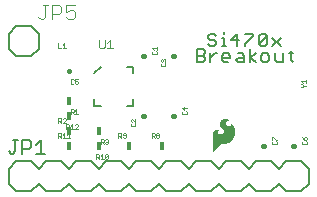
<source format=gbr>
G04 EAGLE Gerber RS-274X export*
G75*
%MOMM*%
%FSLAX34Y34*%
%LPD*%
%INSilkscreen Top*%
%IPPOS*%
%AMOC8*
5,1,8,0,0,1.08239X$1,22.5*%
G01*
%ADD10C,0.203200*%
%ADD11C,0.050800*%
%ADD12C,0.025400*%
%ADD13C,0.406400*%
%ADD14R,0.406400X0.711200*%
%ADD15C,0.101600*%
%ADD16C,0.127000*%

G36*
X173010Y32870D02*
X173010Y32870D01*
X173014Y32868D01*
X173084Y32904D01*
X173094Y32909D01*
X173095Y32910D01*
X177967Y38392D01*
X178821Y39174D01*
X179811Y39763D01*
X180162Y39890D01*
X180530Y39955D01*
X182805Y39955D01*
X182810Y39957D01*
X182816Y39955D01*
X184180Y40079D01*
X184190Y40085D01*
X184202Y40083D01*
X185521Y40451D01*
X185529Y40459D01*
X185542Y40460D01*
X186772Y41060D01*
X186779Y41067D01*
X186790Y41070D01*
X187947Y41887D01*
X187952Y41895D01*
X187961Y41898D01*
X188992Y42870D01*
X188995Y42878D01*
X189001Y42880D01*
X189002Y42882D01*
X189004Y42883D01*
X189889Y43990D01*
X189891Y44000D01*
X189900Y44007D01*
X190847Y45688D01*
X190848Y45699D01*
X190856Y45709D01*
X191484Y47533D01*
X191483Y47544D01*
X191490Y47555D01*
X191778Y49462D01*
X191775Y49473D01*
X191780Y49485D01*
X191778Y49537D01*
X191770Y49789D01*
X191766Y49915D01*
X191766Y49916D01*
X191758Y50168D01*
X191750Y50421D01*
X191746Y50547D01*
X191738Y50799D01*
X191727Y51178D01*
X191719Y51413D01*
X191715Y51422D01*
X191717Y51434D01*
X191510Y52473D01*
X191505Y52481D01*
X191505Y52492D01*
X191147Y53489D01*
X191141Y53496D01*
X191140Y53507D01*
X190638Y54441D01*
X190629Y54448D01*
X190626Y54460D01*
X189719Y55597D01*
X189708Y55603D01*
X189701Y55616D01*
X188575Y56537D01*
X188532Y56549D01*
X188491Y56565D01*
X188486Y56563D01*
X188480Y56564D01*
X188442Y56543D01*
X188402Y56524D01*
X188399Y56518D01*
X188395Y56516D01*
X188387Y56487D01*
X188369Y56439D01*
X188369Y55559D01*
X188353Y55439D01*
X188309Y55336D01*
X188035Y54996D01*
X187674Y54748D01*
X187500Y54683D01*
X186962Y54625D01*
X186432Y54723D01*
X185944Y54972D01*
X185042Y55623D01*
X184630Y55977D01*
X184279Y56387D01*
X183996Y56845D01*
X183790Y57339D01*
X183731Y57639D01*
X183743Y57942D01*
X183900Y58461D01*
X184186Y58921D01*
X184581Y59291D01*
X185062Y59546D01*
X185552Y59685D01*
X186063Y59742D01*
X186666Y59742D01*
X186667Y59742D01*
X186689Y59751D01*
X186757Y59780D01*
X186792Y59872D01*
X186788Y59881D01*
X186754Y59957D01*
X186752Y59960D01*
X186751Y59961D01*
X186750Y59962D01*
X186729Y59982D01*
X186722Y59985D01*
X186718Y59993D01*
X186283Y60331D01*
X186268Y60335D01*
X186256Y60347D01*
X185752Y60568D01*
X185751Y60568D01*
X185395Y60720D01*
X185167Y60821D01*
X185157Y60822D01*
X185147Y60828D01*
X184269Y61048D01*
X184260Y61047D01*
X184250Y61051D01*
X183350Y61137D01*
X183340Y61133D01*
X183328Y61137D01*
X182460Y61071D01*
X182449Y61065D01*
X182436Y61066D01*
X181596Y60835D01*
X181586Y60827D01*
X181573Y60826D01*
X180793Y60438D01*
X180786Y60430D01*
X180775Y60427D01*
X179998Y59867D01*
X179994Y59860D01*
X179985Y59856D01*
X179289Y59198D01*
X179284Y59187D01*
X179273Y59179D01*
X178842Y58576D01*
X178839Y58561D01*
X178827Y58548D01*
X178560Y57856D01*
X178560Y57840D01*
X178552Y57825D01*
X178465Y57088D01*
X178470Y57073D01*
X178466Y57056D01*
X178565Y56321D01*
X178573Y56308D01*
X178573Y56291D01*
X178853Y55603D01*
X178862Y55594D01*
X178865Y55580D01*
X180052Y53822D01*
X180060Y53817D01*
X180064Y53806D01*
X181517Y52265D01*
X181887Y51830D01*
X182127Y51327D01*
X182229Y50779D01*
X182186Y50223D01*
X182000Y49698D01*
X181685Y49238D01*
X181260Y48873D01*
X180717Y48580D01*
X180131Y48382D01*
X179521Y48285D01*
X178810Y48320D01*
X178132Y48527D01*
X177526Y48892D01*
X177213Y49220D01*
X177007Y49624D01*
X176914Y50040D01*
X176914Y50468D01*
X177007Y50883D01*
X177079Y51021D01*
X177197Y51135D01*
X178021Y51734D01*
X178154Y51805D01*
X178292Y51833D01*
X178450Y51817D01*
X178493Y51831D01*
X178538Y51842D01*
X178540Y51846D01*
X178544Y51847D01*
X178564Y51888D01*
X178587Y51927D01*
X178586Y51931D01*
X178588Y51935D01*
X178573Y51978D01*
X178560Y52022D01*
X178557Y52024D01*
X178556Y52028D01*
X178518Y52047D01*
X178482Y52068D01*
X177999Y52144D01*
X177994Y52143D01*
X177989Y52145D01*
X177049Y52218D01*
X177040Y52215D01*
X177029Y52218D01*
X176089Y52145D01*
X176079Y52140D01*
X176067Y52141D01*
X175368Y51957D01*
X175358Y51949D01*
X175344Y51948D01*
X174696Y51627D01*
X174688Y51618D01*
X174674Y51614D01*
X174104Y51169D01*
X174098Y51158D01*
X174086Y51152D01*
X173616Y50602D01*
X173612Y50590D01*
X173601Y50581D01*
X173200Y49849D01*
X173199Y49836D01*
X173190Y49825D01*
X172950Y49026D01*
X172951Y49013D01*
X172945Y49000D01*
X172875Y48169D01*
X172877Y48163D01*
X172875Y48158D01*
X172875Y32994D01*
X172877Y32989D01*
X172875Y32985D01*
X172896Y32945D01*
X172913Y32903D01*
X172918Y32902D01*
X172920Y32897D01*
X172963Y32884D01*
X173005Y32868D01*
X173010Y32870D01*
G37*
D10*
X175800Y131530D02*
X174021Y133309D01*
X170462Y133309D01*
X168682Y131530D01*
X168682Y129750D01*
X170462Y127971D01*
X174021Y127971D01*
X175800Y126191D01*
X175800Y124412D01*
X174021Y122632D01*
X170462Y122632D01*
X168682Y124412D01*
X180376Y129750D02*
X182155Y129750D01*
X182155Y122632D01*
X180376Y122632D02*
X183935Y122632D01*
X182155Y133309D02*
X182155Y135089D01*
X193511Y133309D02*
X193511Y122632D01*
X188172Y127971D02*
X193511Y133309D01*
X195290Y127971D02*
X188172Y127971D01*
X199866Y133309D02*
X206984Y133309D01*
X206984Y131530D01*
X199866Y124412D01*
X199866Y122632D01*
X211560Y124412D02*
X211560Y131530D01*
X213339Y133309D01*
X216898Y133309D01*
X218678Y131530D01*
X218678Y124412D01*
X216898Y122632D01*
X213339Y122632D01*
X211560Y124412D01*
X218678Y131530D01*
X223254Y129750D02*
X230372Y122632D01*
X223254Y122632D02*
X230372Y129750D01*
X159030Y120101D02*
X159030Y109424D01*
X159030Y120101D02*
X164369Y120101D01*
X166148Y118322D01*
X166148Y116542D01*
X164369Y114763D01*
X166148Y112983D01*
X166148Y111204D01*
X164369Y109424D01*
X159030Y109424D01*
X159030Y114763D02*
X164369Y114763D01*
X170724Y116542D02*
X170724Y109424D01*
X170724Y112983D02*
X174283Y116542D01*
X176063Y116542D01*
X182248Y109424D02*
X185808Y109424D01*
X182248Y109424D02*
X180469Y111204D01*
X180469Y114763D01*
X182248Y116542D01*
X185808Y116542D01*
X187587Y114763D01*
X187587Y112983D01*
X180469Y112983D01*
X193942Y116542D02*
X197501Y116542D01*
X199281Y114763D01*
X199281Y109424D01*
X193942Y109424D01*
X192163Y111204D01*
X193942Y112983D01*
X199281Y112983D01*
X203857Y109424D02*
X203857Y120101D01*
X203857Y112983D02*
X209195Y109424D01*
X203857Y112983D02*
X209195Y116542D01*
X215381Y109424D02*
X218940Y109424D01*
X220720Y111204D01*
X220720Y114763D01*
X218940Y116542D01*
X215381Y116542D01*
X213602Y114763D01*
X213602Y111204D01*
X215381Y109424D01*
X225296Y111204D02*
X225296Y116542D01*
X225296Y111204D02*
X227075Y109424D01*
X232414Y109424D01*
X232414Y116542D01*
X238769Y118322D02*
X238769Y111204D01*
X240549Y109424D01*
X240549Y116542D02*
X236990Y116542D01*
X77900Y105400D02*
X72400Y99900D01*
X99900Y105400D02*
X105400Y105400D01*
X105400Y99900D01*
X72400Y77900D02*
X72400Y72400D01*
X77900Y72400D01*
X99900Y72400D02*
X105400Y72400D01*
X105400Y77900D01*
D11*
X76454Y122090D02*
X76454Y128022D01*
X76454Y122090D02*
X77640Y120904D01*
X80013Y120904D01*
X81199Y122090D01*
X81199Y128022D01*
X83470Y125649D02*
X85843Y128022D01*
X85843Y120904D01*
X83470Y120904D02*
X88216Y120904D01*
D12*
X247774Y87893D02*
X248409Y87893D01*
X249680Y89164D01*
X248409Y90435D01*
X247774Y90435D01*
X249680Y89164D02*
X251587Y89164D01*
X249045Y91635D02*
X247774Y92906D01*
X251587Y92906D01*
X251587Y91635D02*
X251587Y94177D01*
D13*
X114605Y114300D02*
X113995Y114300D01*
D12*
X121409Y117739D02*
X122044Y118375D01*
X121409Y117739D02*
X121409Y116468D01*
X122044Y115833D01*
X124586Y115833D01*
X125222Y116468D01*
X125222Y117739D01*
X124586Y118375D01*
X122680Y119575D02*
X121409Y120846D01*
X125222Y120846D01*
X125222Y119575D02*
X125222Y122117D01*
D13*
X114605Y63500D02*
X113995Y63500D01*
D12*
X104010Y57279D02*
X103375Y56644D01*
X103375Y55373D01*
X104010Y54737D01*
X106552Y54737D01*
X107188Y55373D01*
X107188Y56644D01*
X106552Y57279D01*
X107188Y58479D02*
X107188Y61021D01*
X107188Y58479D02*
X104646Y61021D01*
X104010Y61021D01*
X103375Y60386D01*
X103375Y59115D01*
X104010Y58479D01*
D13*
X139395Y114300D02*
X140005Y114300D01*
D12*
X129410Y108079D02*
X128775Y107444D01*
X128775Y106173D01*
X129410Y105537D01*
X131952Y105537D01*
X132588Y106173D01*
X132588Y107444D01*
X131952Y108079D01*
X129410Y109279D02*
X128775Y109915D01*
X128775Y111186D01*
X129410Y111821D01*
X130046Y111821D01*
X130681Y111186D01*
X130681Y110550D01*
X130681Y111186D02*
X131317Y111821D01*
X131952Y111821D01*
X132588Y111186D01*
X132588Y109915D01*
X131952Y109279D01*
D13*
X139395Y63500D02*
X140005Y63500D01*
D12*
X146809Y66939D02*
X147444Y67575D01*
X146809Y66939D02*
X146809Y65668D01*
X147444Y65033D01*
X149986Y65033D01*
X150622Y65668D01*
X150622Y66939D01*
X149986Y67575D01*
X150622Y70682D02*
X146809Y70682D01*
X148715Y68775D01*
X148715Y71317D01*
D13*
X50800Y101295D02*
X50800Y101905D01*
D12*
X54239Y94491D02*
X54875Y93856D01*
X54239Y94491D02*
X52968Y94491D01*
X52333Y93856D01*
X52333Y91314D01*
X52968Y90678D01*
X54239Y90678D01*
X54875Y91314D01*
X56075Y94491D02*
X58617Y94491D01*
X56075Y94491D02*
X56075Y92585D01*
X57346Y93220D01*
X57982Y93220D01*
X58617Y92585D01*
X58617Y91314D01*
X57982Y90678D01*
X56710Y90678D01*
X56075Y91314D01*
D14*
X50800Y76200D03*
D12*
X52333Y69091D02*
X52333Y65278D01*
X52333Y69091D02*
X54239Y69091D01*
X54875Y68456D01*
X54875Y67185D01*
X54239Y66549D01*
X52333Y66549D01*
X53604Y66549D02*
X54875Y65278D01*
X56075Y67820D02*
X57346Y69091D01*
X57346Y65278D01*
X56075Y65278D02*
X58617Y65278D01*
D14*
X50800Y50800D03*
D12*
X42037Y57912D02*
X42037Y61725D01*
X43944Y61725D01*
X44579Y61090D01*
X44579Y59819D01*
X43944Y59183D01*
X42037Y59183D01*
X43308Y59183D02*
X44579Y57912D01*
X45779Y57912D02*
X48321Y57912D01*
X45779Y57912D02*
X48321Y60454D01*
X48321Y61090D01*
X47686Y61725D01*
X46415Y61725D01*
X45779Y61090D01*
D14*
X76200Y50800D03*
D12*
X77733Y43691D02*
X77733Y39878D01*
X77733Y43691D02*
X79639Y43691D01*
X80275Y43056D01*
X80275Y41785D01*
X79639Y41149D01*
X77733Y41149D01*
X79004Y41149D02*
X80275Y39878D01*
X81475Y43056D02*
X82110Y43691D01*
X83382Y43691D01*
X84017Y43056D01*
X84017Y42420D01*
X83382Y41785D01*
X82746Y41785D01*
X83382Y41785D02*
X84017Y41149D01*
X84017Y40514D01*
X83382Y39878D01*
X82110Y39878D01*
X81475Y40514D01*
D14*
X129700Y38100D03*
D12*
X120937Y45212D02*
X120937Y49025D01*
X122844Y49025D01*
X123479Y48390D01*
X123479Y47119D01*
X122844Y46483D01*
X120937Y46483D01*
X122208Y46483D02*
X123479Y45212D01*
X124679Y48390D02*
X125315Y49025D01*
X126586Y49025D01*
X127221Y48390D01*
X127221Y47754D01*
X126586Y47119D01*
X127221Y46483D01*
X127221Y45848D01*
X126586Y45212D01*
X125315Y45212D01*
X124679Y45848D01*
X124679Y46483D01*
X125315Y47119D01*
X124679Y47754D01*
X124679Y48390D01*
X125315Y47119D02*
X126586Y47119D01*
D14*
X101600Y38100D03*
D12*
X92837Y45212D02*
X92837Y49025D01*
X94744Y49025D01*
X95379Y48390D01*
X95379Y47119D01*
X94744Y46483D01*
X92837Y46483D01*
X94108Y46483D02*
X95379Y45212D01*
X96579Y45848D02*
X97215Y45212D01*
X98486Y45212D01*
X99121Y45848D01*
X99121Y48390D01*
X98486Y49025D01*
X97215Y49025D01*
X96579Y48390D01*
X96579Y47754D01*
X97215Y47119D01*
X99121Y47119D01*
D14*
X76200Y38100D03*
D12*
X73991Y30991D02*
X73991Y27178D01*
X73991Y30991D02*
X75897Y30991D01*
X76533Y30356D01*
X76533Y29085D01*
X75897Y28449D01*
X73991Y28449D01*
X75262Y28449D02*
X76533Y27178D01*
X77733Y29720D02*
X79004Y30991D01*
X79004Y27178D01*
X77733Y27178D02*
X80275Y27178D01*
X81475Y27814D02*
X81475Y30356D01*
X82110Y30991D01*
X83382Y30991D01*
X84017Y30356D01*
X84017Y27814D01*
X83382Y27178D01*
X82110Y27178D01*
X81475Y27814D01*
X84017Y30356D01*
D14*
X50800Y38100D03*
D12*
X42037Y45212D02*
X42037Y49025D01*
X43944Y49025D01*
X44579Y48390D01*
X44579Y47119D01*
X43944Y46483D01*
X42037Y46483D01*
X43308Y46483D02*
X44579Y45212D01*
X45779Y47754D02*
X47050Y49025D01*
X47050Y45212D01*
X45779Y45212D02*
X48321Y45212D01*
X49521Y47754D02*
X50792Y49025D01*
X50792Y45212D01*
X49521Y45212D02*
X52063Y45212D01*
D14*
X50800Y63500D03*
D12*
X48591Y56391D02*
X48591Y52578D01*
X48591Y56391D02*
X50497Y56391D01*
X51133Y55756D01*
X51133Y54485D01*
X50497Y53849D01*
X48591Y53849D01*
X49862Y53849D02*
X51133Y52578D01*
X52333Y55120D02*
X53604Y56391D01*
X53604Y52578D01*
X52333Y52578D02*
X54875Y52578D01*
X56075Y52578D02*
X58617Y52578D01*
X56075Y52578D02*
X58617Y55120D01*
X58617Y55756D01*
X57982Y56391D01*
X56710Y56391D01*
X56075Y55756D01*
X42037Y121412D02*
X42037Y125225D01*
X42037Y121412D02*
X44579Y121412D01*
X45779Y123954D02*
X47050Y125225D01*
X47050Y121412D01*
X45779Y121412D02*
X48321Y121412D01*
D13*
X240995Y38100D02*
X241605Y38100D01*
D12*
X248409Y41539D02*
X249044Y42175D01*
X248409Y41539D02*
X248409Y40268D01*
X249044Y39633D01*
X251586Y39633D01*
X252222Y40268D01*
X252222Y41539D01*
X251586Y42175D01*
X249044Y44646D02*
X248409Y45917D01*
X249044Y44646D02*
X250315Y43375D01*
X251586Y43375D01*
X252222Y44010D01*
X252222Y45282D01*
X251586Y45917D01*
X250951Y45917D01*
X250315Y45282D01*
X250315Y43375D01*
D13*
X216205Y38100D02*
X215595Y38100D01*
D12*
X223009Y41539D02*
X223644Y42175D01*
X223009Y41539D02*
X223009Y40268D01*
X223644Y39633D01*
X226186Y39633D01*
X226822Y40268D01*
X226822Y41539D01*
X226186Y42175D01*
X223009Y43375D02*
X223009Y45917D01*
X223644Y45917D01*
X226186Y43375D01*
X226822Y43375D01*
D10*
X25400Y133350D02*
X19050Y139700D01*
X6350Y139700D01*
X0Y133350D01*
X0Y120650D01*
X6350Y114300D01*
X19050Y114300D01*
X25400Y120650D01*
X25400Y133350D01*
D15*
X27095Y145796D02*
X25146Y147745D01*
X27095Y145796D02*
X29044Y145796D01*
X30993Y147745D01*
X30993Y157490D01*
X29044Y157490D02*
X32942Y157490D01*
X36840Y157490D02*
X36840Y145796D01*
X36840Y157490D02*
X42687Y157490D01*
X44636Y155541D01*
X44636Y151643D01*
X42687Y149694D01*
X36840Y149694D01*
X48534Y157490D02*
X56330Y157490D01*
X48534Y157490D02*
X48534Y151643D01*
X52432Y153592D01*
X54381Y153592D01*
X56330Y151643D01*
X56330Y147745D01*
X54381Y145796D01*
X50483Y145796D01*
X48534Y147745D01*
D10*
X158750Y25400D02*
X171450Y25400D01*
X177800Y19050D01*
X177800Y6350D02*
X171450Y0D01*
X133350Y25400D02*
X127000Y19050D01*
X133350Y25400D02*
X146050Y25400D01*
X152400Y19050D01*
X152400Y6350D02*
X146050Y0D01*
X133350Y0D01*
X127000Y6350D01*
X152400Y19050D02*
X158750Y25400D01*
X152400Y6350D02*
X158750Y0D01*
X171450Y0D01*
X95250Y25400D02*
X82550Y25400D01*
X95250Y25400D02*
X101600Y19050D01*
X101600Y6350D02*
X95250Y0D01*
X101600Y19050D02*
X107950Y25400D01*
X120650Y25400D01*
X127000Y19050D01*
X127000Y6350D02*
X120650Y0D01*
X107950Y0D01*
X101600Y6350D01*
X57150Y25400D02*
X50800Y19050D01*
X57150Y25400D02*
X69850Y25400D01*
X76200Y19050D01*
X76200Y6350D02*
X69850Y0D01*
X57150Y0D01*
X50800Y6350D01*
X76200Y19050D02*
X82550Y25400D01*
X76200Y6350D02*
X82550Y0D01*
X95250Y0D01*
X19050Y25400D02*
X6350Y25400D01*
X19050Y25400D02*
X25400Y19050D01*
X25400Y6350D02*
X19050Y0D01*
X25400Y19050D02*
X31750Y25400D01*
X44450Y25400D01*
X50800Y19050D01*
X50800Y6350D02*
X44450Y0D01*
X31750Y0D01*
X25400Y6350D01*
X0Y6350D02*
X0Y19050D01*
X6350Y25400D01*
X0Y6350D02*
X6350Y0D01*
X19050Y0D01*
X184150Y25400D02*
X196850Y25400D01*
X203200Y19050D01*
X203200Y6350D02*
X196850Y0D01*
X177800Y19050D02*
X184150Y25400D01*
X177800Y6350D02*
X184150Y0D01*
X196850Y0D01*
X209550Y25400D02*
X222250Y25400D01*
X228600Y19050D01*
X228600Y6350D02*
X222250Y0D01*
X203200Y19050D02*
X209550Y25400D01*
X203200Y6350D02*
X209550Y0D01*
X222250Y0D01*
X234950Y25400D02*
X247650Y25400D01*
X254000Y19050D01*
X254000Y6350D01*
X247650Y0D01*
X228600Y19050D02*
X234950Y25400D01*
X228600Y6350D02*
X234950Y0D01*
X247650Y0D01*
D16*
X1780Y31623D02*
X-127Y33530D01*
X1780Y31623D02*
X3686Y31623D01*
X5593Y33530D01*
X5593Y43063D01*
X3686Y43063D02*
X7500Y43063D01*
X11567Y43063D02*
X11567Y31623D01*
X11567Y43063D02*
X17287Y43063D01*
X19193Y41156D01*
X19193Y37343D01*
X17287Y35436D01*
X11567Y35436D01*
X23261Y39250D02*
X27074Y43063D01*
X27074Y31623D01*
X23261Y31623D02*
X30887Y31623D01*
M02*

</source>
